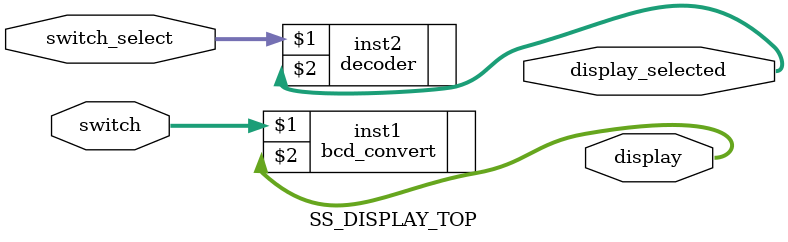
<source format=v>
module SS_DISPLAY_TOP(
input [3:0] switch,
input [1:0] switch_select,
output [7:0] display,
output [3:0] display_selected
);
bcd_convert inst1(switch,display);
decoder inst2(switch_select,display_selected);
endmodule

</source>
